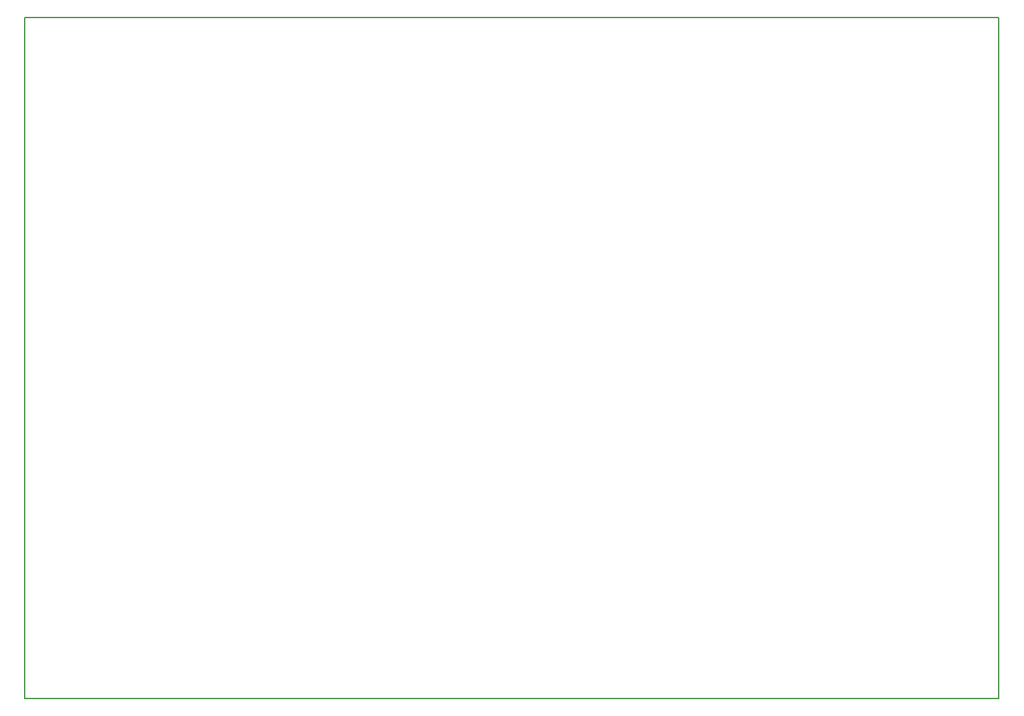
<source format=gm1>
G04 #@! TF.GenerationSoftware,KiCad,Pcbnew,(5.1.2)-2*
G04 #@! TF.CreationDate,2020-05-21T23:00:36-04:00*
G04 #@! TF.ProjectId,MidiControllerPCB,4d696469-436f-46e7-9472-6f6c6c657250,rev?*
G04 #@! TF.SameCoordinates,Original*
G04 #@! TF.FileFunction,Profile,NP*
%FSLAX46Y46*%
G04 Gerber Fmt 4.6, Leading zero omitted, Abs format (unit mm)*
G04 Created by KiCad (PCBNEW (5.1.2)-2) date 2020-05-21 23:00:36*
%MOMM*%
%LPD*%
G04 APERTURE LIST*
%ADD10C,0.150000*%
G04 APERTURE END LIST*
D10*
X223350000Y-144100000D02*
X96350000Y-144100000D01*
X223350000Y-55200000D02*
X223350000Y-144100000D01*
X96350000Y-55200000D02*
X223350000Y-55200000D01*
X96350000Y-55200000D02*
X96350000Y-144100000D01*
M02*

</source>
